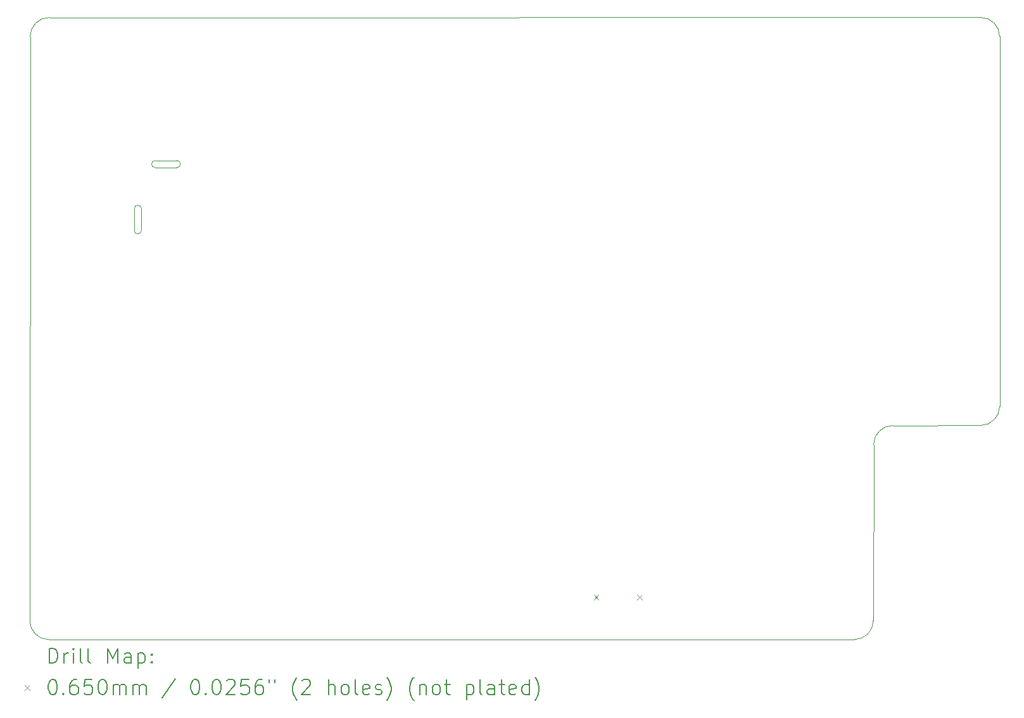
<source format=gbr>
%TF.GenerationSoftware,KiCad,Pcbnew,8.0.3-rc1*%
%TF.CreationDate,2024-05-30T00:56:17+02:00*%
%TF.ProjectId,hamodule,68616d6f-6475-46c6-952e-6b696361645f,20240528.23.8*%
%TF.SameCoordinates,Original*%
%TF.FileFunction,Drillmap*%
%TF.FilePolarity,Positive*%
%FSLAX45Y45*%
G04 Gerber Fmt 4.5, Leading zero omitted, Abs format (unit mm)*
G04 Created by KiCad (PCBNEW 8.0.3-rc1) date 2024-05-30 00:56:17*
%MOMM*%
%LPD*%
G01*
G04 APERTURE LIST*
%ADD10C,0.050000*%
%ADD11C,0.200000*%
%ADD12C,0.100000*%
G04 APERTURE END LIST*
D10*
X15097760Y-3218915D02*
X2642920Y-3220720D01*
X2385060Y-11292640D02*
X2388920Y-3474720D01*
X2639060Y-11546840D02*
G75*
G02*
X2385060Y-11292640I200J254200D01*
G01*
X4061460Y-5229860D02*
X4351020Y-5229860D01*
X3877360Y-6070600D02*
G75*
G02*
X3780840Y-6070600I-48260J0D01*
G01*
X3780840Y-5781040D02*
G75*
G02*
X3877360Y-5781040I48260J0D01*
G01*
X13666320Y-8935720D02*
X13662660Y-11292640D01*
X15097760Y-3218915D02*
G75*
G02*
X15351565Y-3472915I-200J-254005D01*
G01*
X4351020Y-5133340D02*
X4061460Y-5133340D01*
X4351020Y-5133340D02*
G75*
G02*
X4351020Y-5229860I0J-48260D01*
G01*
X2388920Y-3474720D02*
G75*
G02*
X2642920Y-3220720I254000J0D01*
G01*
X15351560Y-8425915D02*
G75*
G02*
X15097560Y-8679920I-254000J-5D01*
G01*
X3780840Y-5781040D02*
X3780840Y-6070600D01*
X13408660Y-11546640D02*
X2639060Y-11546840D01*
X13920320Y-8681720D02*
X15097560Y-8679915D01*
X13666320Y-8935720D02*
G75*
G02*
X13920320Y-8681720I254000J0D01*
G01*
X15351560Y-3472915D02*
X15351560Y-8425915D01*
X13662660Y-11292640D02*
G75*
G02*
X13408660Y-11546640I-254000J0D01*
G01*
X4061460Y-5229860D02*
G75*
G02*
X4061460Y-5133340I0J48260D01*
G01*
X3877360Y-6070600D02*
X3877360Y-5781040D01*
D11*
D12*
X9926640Y-10945060D02*
X9991640Y-11010060D01*
X9991640Y-10945060D02*
X9926640Y-11010060D01*
X10504640Y-10945060D02*
X10569640Y-11010060D01*
X10569640Y-10945060D02*
X10504640Y-11010060D01*
D11*
X2643337Y-11860824D02*
X2643337Y-11660824D01*
X2643337Y-11660824D02*
X2690956Y-11660824D01*
X2690956Y-11660824D02*
X2719527Y-11670348D01*
X2719527Y-11670348D02*
X2738575Y-11689395D01*
X2738575Y-11689395D02*
X2748099Y-11708443D01*
X2748099Y-11708443D02*
X2757623Y-11746538D01*
X2757623Y-11746538D02*
X2757623Y-11775109D01*
X2757623Y-11775109D02*
X2748099Y-11813205D01*
X2748099Y-11813205D02*
X2738575Y-11832252D01*
X2738575Y-11832252D02*
X2719527Y-11851300D01*
X2719527Y-11851300D02*
X2690956Y-11860824D01*
X2690956Y-11860824D02*
X2643337Y-11860824D01*
X2843337Y-11860824D02*
X2843337Y-11727490D01*
X2843337Y-11765586D02*
X2852861Y-11746538D01*
X2852861Y-11746538D02*
X2862384Y-11737014D01*
X2862384Y-11737014D02*
X2881432Y-11727490D01*
X2881432Y-11727490D02*
X2900480Y-11727490D01*
X2967146Y-11860824D02*
X2967146Y-11727490D01*
X2967146Y-11660824D02*
X2957622Y-11670348D01*
X2957622Y-11670348D02*
X2967146Y-11679871D01*
X2967146Y-11679871D02*
X2976670Y-11670348D01*
X2976670Y-11670348D02*
X2967146Y-11660824D01*
X2967146Y-11660824D02*
X2967146Y-11679871D01*
X3090956Y-11860824D02*
X3071908Y-11851300D01*
X3071908Y-11851300D02*
X3062384Y-11832252D01*
X3062384Y-11832252D02*
X3062384Y-11660824D01*
X3195718Y-11860824D02*
X3176670Y-11851300D01*
X3176670Y-11851300D02*
X3167146Y-11832252D01*
X3167146Y-11832252D02*
X3167146Y-11660824D01*
X3424289Y-11860824D02*
X3424289Y-11660824D01*
X3424289Y-11660824D02*
X3490956Y-11803681D01*
X3490956Y-11803681D02*
X3557622Y-11660824D01*
X3557622Y-11660824D02*
X3557622Y-11860824D01*
X3738575Y-11860824D02*
X3738575Y-11756062D01*
X3738575Y-11756062D02*
X3729051Y-11737014D01*
X3729051Y-11737014D02*
X3710003Y-11727490D01*
X3710003Y-11727490D02*
X3671908Y-11727490D01*
X3671908Y-11727490D02*
X3652861Y-11737014D01*
X3738575Y-11851300D02*
X3719527Y-11860824D01*
X3719527Y-11860824D02*
X3671908Y-11860824D01*
X3671908Y-11860824D02*
X3652861Y-11851300D01*
X3652861Y-11851300D02*
X3643337Y-11832252D01*
X3643337Y-11832252D02*
X3643337Y-11813205D01*
X3643337Y-11813205D02*
X3652861Y-11794157D01*
X3652861Y-11794157D02*
X3671908Y-11784633D01*
X3671908Y-11784633D02*
X3719527Y-11784633D01*
X3719527Y-11784633D02*
X3738575Y-11775109D01*
X3833813Y-11727490D02*
X3833813Y-11927490D01*
X3833813Y-11737014D02*
X3852861Y-11727490D01*
X3852861Y-11727490D02*
X3890956Y-11727490D01*
X3890956Y-11727490D02*
X3910003Y-11737014D01*
X3910003Y-11737014D02*
X3919527Y-11746538D01*
X3919527Y-11746538D02*
X3929051Y-11765586D01*
X3929051Y-11765586D02*
X3929051Y-11822728D01*
X3929051Y-11822728D02*
X3919527Y-11841776D01*
X3919527Y-11841776D02*
X3910003Y-11851300D01*
X3910003Y-11851300D02*
X3890956Y-11860824D01*
X3890956Y-11860824D02*
X3852861Y-11860824D01*
X3852861Y-11860824D02*
X3833813Y-11851300D01*
X4014765Y-11841776D02*
X4024289Y-11851300D01*
X4024289Y-11851300D02*
X4014765Y-11860824D01*
X4014765Y-11860824D02*
X4005242Y-11851300D01*
X4005242Y-11851300D02*
X4014765Y-11841776D01*
X4014765Y-11841776D02*
X4014765Y-11860824D01*
X4014765Y-11737014D02*
X4024289Y-11746538D01*
X4024289Y-11746538D02*
X4014765Y-11756062D01*
X4014765Y-11756062D02*
X4005242Y-11746538D01*
X4005242Y-11746538D02*
X4014765Y-11737014D01*
X4014765Y-11737014D02*
X4014765Y-11756062D01*
D12*
X2317560Y-12156840D02*
X2382560Y-12221840D01*
X2382560Y-12156840D02*
X2317560Y-12221840D01*
D11*
X2681432Y-12080824D02*
X2700480Y-12080824D01*
X2700480Y-12080824D02*
X2719527Y-12090348D01*
X2719527Y-12090348D02*
X2729051Y-12099871D01*
X2729051Y-12099871D02*
X2738575Y-12118919D01*
X2738575Y-12118919D02*
X2748099Y-12157014D01*
X2748099Y-12157014D02*
X2748099Y-12204633D01*
X2748099Y-12204633D02*
X2738575Y-12242728D01*
X2738575Y-12242728D02*
X2729051Y-12261776D01*
X2729051Y-12261776D02*
X2719527Y-12271300D01*
X2719527Y-12271300D02*
X2700480Y-12280824D01*
X2700480Y-12280824D02*
X2681432Y-12280824D01*
X2681432Y-12280824D02*
X2662384Y-12271300D01*
X2662384Y-12271300D02*
X2652861Y-12261776D01*
X2652861Y-12261776D02*
X2643337Y-12242728D01*
X2643337Y-12242728D02*
X2633813Y-12204633D01*
X2633813Y-12204633D02*
X2633813Y-12157014D01*
X2633813Y-12157014D02*
X2643337Y-12118919D01*
X2643337Y-12118919D02*
X2652861Y-12099871D01*
X2652861Y-12099871D02*
X2662384Y-12090348D01*
X2662384Y-12090348D02*
X2681432Y-12080824D01*
X2833813Y-12261776D02*
X2843337Y-12271300D01*
X2843337Y-12271300D02*
X2833813Y-12280824D01*
X2833813Y-12280824D02*
X2824289Y-12271300D01*
X2824289Y-12271300D02*
X2833813Y-12261776D01*
X2833813Y-12261776D02*
X2833813Y-12280824D01*
X3014765Y-12080824D02*
X2976670Y-12080824D01*
X2976670Y-12080824D02*
X2957622Y-12090348D01*
X2957622Y-12090348D02*
X2948099Y-12099871D01*
X2948099Y-12099871D02*
X2929051Y-12128443D01*
X2929051Y-12128443D02*
X2919527Y-12166538D01*
X2919527Y-12166538D02*
X2919527Y-12242728D01*
X2919527Y-12242728D02*
X2929051Y-12261776D01*
X2929051Y-12261776D02*
X2938575Y-12271300D01*
X2938575Y-12271300D02*
X2957622Y-12280824D01*
X2957622Y-12280824D02*
X2995718Y-12280824D01*
X2995718Y-12280824D02*
X3014765Y-12271300D01*
X3014765Y-12271300D02*
X3024289Y-12261776D01*
X3024289Y-12261776D02*
X3033813Y-12242728D01*
X3033813Y-12242728D02*
X3033813Y-12195109D01*
X3033813Y-12195109D02*
X3024289Y-12176062D01*
X3024289Y-12176062D02*
X3014765Y-12166538D01*
X3014765Y-12166538D02*
X2995718Y-12157014D01*
X2995718Y-12157014D02*
X2957622Y-12157014D01*
X2957622Y-12157014D02*
X2938575Y-12166538D01*
X2938575Y-12166538D02*
X2929051Y-12176062D01*
X2929051Y-12176062D02*
X2919527Y-12195109D01*
X3214765Y-12080824D02*
X3119527Y-12080824D01*
X3119527Y-12080824D02*
X3110003Y-12176062D01*
X3110003Y-12176062D02*
X3119527Y-12166538D01*
X3119527Y-12166538D02*
X3138575Y-12157014D01*
X3138575Y-12157014D02*
X3186194Y-12157014D01*
X3186194Y-12157014D02*
X3205242Y-12166538D01*
X3205242Y-12166538D02*
X3214765Y-12176062D01*
X3214765Y-12176062D02*
X3224289Y-12195109D01*
X3224289Y-12195109D02*
X3224289Y-12242728D01*
X3224289Y-12242728D02*
X3214765Y-12261776D01*
X3214765Y-12261776D02*
X3205242Y-12271300D01*
X3205242Y-12271300D02*
X3186194Y-12280824D01*
X3186194Y-12280824D02*
X3138575Y-12280824D01*
X3138575Y-12280824D02*
X3119527Y-12271300D01*
X3119527Y-12271300D02*
X3110003Y-12261776D01*
X3348099Y-12080824D02*
X3367146Y-12080824D01*
X3367146Y-12080824D02*
X3386194Y-12090348D01*
X3386194Y-12090348D02*
X3395718Y-12099871D01*
X3395718Y-12099871D02*
X3405242Y-12118919D01*
X3405242Y-12118919D02*
X3414765Y-12157014D01*
X3414765Y-12157014D02*
X3414765Y-12204633D01*
X3414765Y-12204633D02*
X3405242Y-12242728D01*
X3405242Y-12242728D02*
X3395718Y-12261776D01*
X3395718Y-12261776D02*
X3386194Y-12271300D01*
X3386194Y-12271300D02*
X3367146Y-12280824D01*
X3367146Y-12280824D02*
X3348099Y-12280824D01*
X3348099Y-12280824D02*
X3329051Y-12271300D01*
X3329051Y-12271300D02*
X3319527Y-12261776D01*
X3319527Y-12261776D02*
X3310003Y-12242728D01*
X3310003Y-12242728D02*
X3300480Y-12204633D01*
X3300480Y-12204633D02*
X3300480Y-12157014D01*
X3300480Y-12157014D02*
X3310003Y-12118919D01*
X3310003Y-12118919D02*
X3319527Y-12099871D01*
X3319527Y-12099871D02*
X3329051Y-12090348D01*
X3329051Y-12090348D02*
X3348099Y-12080824D01*
X3500480Y-12280824D02*
X3500480Y-12147490D01*
X3500480Y-12166538D02*
X3510003Y-12157014D01*
X3510003Y-12157014D02*
X3529051Y-12147490D01*
X3529051Y-12147490D02*
X3557623Y-12147490D01*
X3557623Y-12147490D02*
X3576670Y-12157014D01*
X3576670Y-12157014D02*
X3586194Y-12176062D01*
X3586194Y-12176062D02*
X3586194Y-12280824D01*
X3586194Y-12176062D02*
X3595718Y-12157014D01*
X3595718Y-12157014D02*
X3614765Y-12147490D01*
X3614765Y-12147490D02*
X3643337Y-12147490D01*
X3643337Y-12147490D02*
X3662384Y-12157014D01*
X3662384Y-12157014D02*
X3671908Y-12176062D01*
X3671908Y-12176062D02*
X3671908Y-12280824D01*
X3767146Y-12280824D02*
X3767146Y-12147490D01*
X3767146Y-12166538D02*
X3776670Y-12157014D01*
X3776670Y-12157014D02*
X3795718Y-12147490D01*
X3795718Y-12147490D02*
X3824289Y-12147490D01*
X3824289Y-12147490D02*
X3843337Y-12157014D01*
X3843337Y-12157014D02*
X3852861Y-12176062D01*
X3852861Y-12176062D02*
X3852861Y-12280824D01*
X3852861Y-12176062D02*
X3862384Y-12157014D01*
X3862384Y-12157014D02*
X3881432Y-12147490D01*
X3881432Y-12147490D02*
X3910003Y-12147490D01*
X3910003Y-12147490D02*
X3929051Y-12157014D01*
X3929051Y-12157014D02*
X3938575Y-12176062D01*
X3938575Y-12176062D02*
X3938575Y-12280824D01*
X4329051Y-12071300D02*
X4157623Y-12328443D01*
X4586194Y-12080824D02*
X4605242Y-12080824D01*
X4605242Y-12080824D02*
X4624289Y-12090348D01*
X4624289Y-12090348D02*
X4633813Y-12099871D01*
X4633813Y-12099871D02*
X4643337Y-12118919D01*
X4643337Y-12118919D02*
X4652861Y-12157014D01*
X4652861Y-12157014D02*
X4652861Y-12204633D01*
X4652861Y-12204633D02*
X4643337Y-12242728D01*
X4643337Y-12242728D02*
X4633813Y-12261776D01*
X4633813Y-12261776D02*
X4624289Y-12271300D01*
X4624289Y-12271300D02*
X4605242Y-12280824D01*
X4605242Y-12280824D02*
X4586194Y-12280824D01*
X4586194Y-12280824D02*
X4567147Y-12271300D01*
X4567147Y-12271300D02*
X4557623Y-12261776D01*
X4557623Y-12261776D02*
X4548099Y-12242728D01*
X4548099Y-12242728D02*
X4538575Y-12204633D01*
X4538575Y-12204633D02*
X4538575Y-12157014D01*
X4538575Y-12157014D02*
X4548099Y-12118919D01*
X4548099Y-12118919D02*
X4557623Y-12099871D01*
X4557623Y-12099871D02*
X4567147Y-12090348D01*
X4567147Y-12090348D02*
X4586194Y-12080824D01*
X4738575Y-12261776D02*
X4748099Y-12271300D01*
X4748099Y-12271300D02*
X4738575Y-12280824D01*
X4738575Y-12280824D02*
X4729051Y-12271300D01*
X4729051Y-12271300D02*
X4738575Y-12261776D01*
X4738575Y-12261776D02*
X4738575Y-12280824D01*
X4871908Y-12080824D02*
X4890956Y-12080824D01*
X4890956Y-12080824D02*
X4910004Y-12090348D01*
X4910004Y-12090348D02*
X4919528Y-12099871D01*
X4919528Y-12099871D02*
X4929051Y-12118919D01*
X4929051Y-12118919D02*
X4938575Y-12157014D01*
X4938575Y-12157014D02*
X4938575Y-12204633D01*
X4938575Y-12204633D02*
X4929051Y-12242728D01*
X4929051Y-12242728D02*
X4919528Y-12261776D01*
X4919528Y-12261776D02*
X4910004Y-12271300D01*
X4910004Y-12271300D02*
X4890956Y-12280824D01*
X4890956Y-12280824D02*
X4871908Y-12280824D01*
X4871908Y-12280824D02*
X4852861Y-12271300D01*
X4852861Y-12271300D02*
X4843337Y-12261776D01*
X4843337Y-12261776D02*
X4833813Y-12242728D01*
X4833813Y-12242728D02*
X4824289Y-12204633D01*
X4824289Y-12204633D02*
X4824289Y-12157014D01*
X4824289Y-12157014D02*
X4833813Y-12118919D01*
X4833813Y-12118919D02*
X4843337Y-12099871D01*
X4843337Y-12099871D02*
X4852861Y-12090348D01*
X4852861Y-12090348D02*
X4871908Y-12080824D01*
X5014766Y-12099871D02*
X5024289Y-12090348D01*
X5024289Y-12090348D02*
X5043337Y-12080824D01*
X5043337Y-12080824D02*
X5090956Y-12080824D01*
X5090956Y-12080824D02*
X5110004Y-12090348D01*
X5110004Y-12090348D02*
X5119528Y-12099871D01*
X5119528Y-12099871D02*
X5129051Y-12118919D01*
X5129051Y-12118919D02*
X5129051Y-12137967D01*
X5129051Y-12137967D02*
X5119528Y-12166538D01*
X5119528Y-12166538D02*
X5005242Y-12280824D01*
X5005242Y-12280824D02*
X5129051Y-12280824D01*
X5310004Y-12080824D02*
X5214766Y-12080824D01*
X5214766Y-12080824D02*
X5205242Y-12176062D01*
X5205242Y-12176062D02*
X5214766Y-12166538D01*
X5214766Y-12166538D02*
X5233813Y-12157014D01*
X5233813Y-12157014D02*
X5281432Y-12157014D01*
X5281432Y-12157014D02*
X5300480Y-12166538D01*
X5300480Y-12166538D02*
X5310004Y-12176062D01*
X5310004Y-12176062D02*
X5319528Y-12195109D01*
X5319528Y-12195109D02*
X5319528Y-12242728D01*
X5319528Y-12242728D02*
X5310004Y-12261776D01*
X5310004Y-12261776D02*
X5300480Y-12271300D01*
X5300480Y-12271300D02*
X5281432Y-12280824D01*
X5281432Y-12280824D02*
X5233813Y-12280824D01*
X5233813Y-12280824D02*
X5214766Y-12271300D01*
X5214766Y-12271300D02*
X5205242Y-12261776D01*
X5490956Y-12080824D02*
X5452861Y-12080824D01*
X5452861Y-12080824D02*
X5433813Y-12090348D01*
X5433813Y-12090348D02*
X5424289Y-12099871D01*
X5424289Y-12099871D02*
X5405242Y-12128443D01*
X5405242Y-12128443D02*
X5395718Y-12166538D01*
X5395718Y-12166538D02*
X5395718Y-12242728D01*
X5395718Y-12242728D02*
X5405242Y-12261776D01*
X5405242Y-12261776D02*
X5414766Y-12271300D01*
X5414766Y-12271300D02*
X5433813Y-12280824D01*
X5433813Y-12280824D02*
X5471909Y-12280824D01*
X5471909Y-12280824D02*
X5490956Y-12271300D01*
X5490956Y-12271300D02*
X5500480Y-12261776D01*
X5500480Y-12261776D02*
X5510004Y-12242728D01*
X5510004Y-12242728D02*
X5510004Y-12195109D01*
X5510004Y-12195109D02*
X5500480Y-12176062D01*
X5500480Y-12176062D02*
X5490956Y-12166538D01*
X5490956Y-12166538D02*
X5471909Y-12157014D01*
X5471909Y-12157014D02*
X5433813Y-12157014D01*
X5433813Y-12157014D02*
X5414766Y-12166538D01*
X5414766Y-12166538D02*
X5405242Y-12176062D01*
X5405242Y-12176062D02*
X5395718Y-12195109D01*
X5586194Y-12080824D02*
X5586194Y-12118919D01*
X5662385Y-12080824D02*
X5662385Y-12118919D01*
X5957623Y-12357014D02*
X5948099Y-12347490D01*
X5948099Y-12347490D02*
X5929051Y-12318919D01*
X5929051Y-12318919D02*
X5919528Y-12299871D01*
X5919528Y-12299871D02*
X5910004Y-12271300D01*
X5910004Y-12271300D02*
X5900480Y-12223681D01*
X5900480Y-12223681D02*
X5900480Y-12185586D01*
X5900480Y-12185586D02*
X5910004Y-12137967D01*
X5910004Y-12137967D02*
X5919528Y-12109395D01*
X5919528Y-12109395D02*
X5929051Y-12090348D01*
X5929051Y-12090348D02*
X5948099Y-12061776D01*
X5948099Y-12061776D02*
X5957623Y-12052252D01*
X6024289Y-12099871D02*
X6033813Y-12090348D01*
X6033813Y-12090348D02*
X6052861Y-12080824D01*
X6052861Y-12080824D02*
X6100480Y-12080824D01*
X6100480Y-12080824D02*
X6119528Y-12090348D01*
X6119528Y-12090348D02*
X6129051Y-12099871D01*
X6129051Y-12099871D02*
X6138575Y-12118919D01*
X6138575Y-12118919D02*
X6138575Y-12137967D01*
X6138575Y-12137967D02*
X6129051Y-12166538D01*
X6129051Y-12166538D02*
X6014766Y-12280824D01*
X6014766Y-12280824D02*
X6138575Y-12280824D01*
X6376670Y-12280824D02*
X6376670Y-12080824D01*
X6462385Y-12280824D02*
X6462385Y-12176062D01*
X6462385Y-12176062D02*
X6452861Y-12157014D01*
X6452861Y-12157014D02*
X6433813Y-12147490D01*
X6433813Y-12147490D02*
X6405242Y-12147490D01*
X6405242Y-12147490D02*
X6386194Y-12157014D01*
X6386194Y-12157014D02*
X6376670Y-12166538D01*
X6586194Y-12280824D02*
X6567147Y-12271300D01*
X6567147Y-12271300D02*
X6557623Y-12261776D01*
X6557623Y-12261776D02*
X6548099Y-12242728D01*
X6548099Y-12242728D02*
X6548099Y-12185586D01*
X6548099Y-12185586D02*
X6557623Y-12166538D01*
X6557623Y-12166538D02*
X6567147Y-12157014D01*
X6567147Y-12157014D02*
X6586194Y-12147490D01*
X6586194Y-12147490D02*
X6614766Y-12147490D01*
X6614766Y-12147490D02*
X6633813Y-12157014D01*
X6633813Y-12157014D02*
X6643337Y-12166538D01*
X6643337Y-12166538D02*
X6652861Y-12185586D01*
X6652861Y-12185586D02*
X6652861Y-12242728D01*
X6652861Y-12242728D02*
X6643337Y-12261776D01*
X6643337Y-12261776D02*
X6633813Y-12271300D01*
X6633813Y-12271300D02*
X6614766Y-12280824D01*
X6614766Y-12280824D02*
X6586194Y-12280824D01*
X6767147Y-12280824D02*
X6748099Y-12271300D01*
X6748099Y-12271300D02*
X6738575Y-12252252D01*
X6738575Y-12252252D02*
X6738575Y-12080824D01*
X6919528Y-12271300D02*
X6900480Y-12280824D01*
X6900480Y-12280824D02*
X6862385Y-12280824D01*
X6862385Y-12280824D02*
X6843337Y-12271300D01*
X6843337Y-12271300D02*
X6833813Y-12252252D01*
X6833813Y-12252252D02*
X6833813Y-12176062D01*
X6833813Y-12176062D02*
X6843337Y-12157014D01*
X6843337Y-12157014D02*
X6862385Y-12147490D01*
X6862385Y-12147490D02*
X6900480Y-12147490D01*
X6900480Y-12147490D02*
X6919528Y-12157014D01*
X6919528Y-12157014D02*
X6929051Y-12176062D01*
X6929051Y-12176062D02*
X6929051Y-12195109D01*
X6929051Y-12195109D02*
X6833813Y-12214157D01*
X7005242Y-12271300D02*
X7024290Y-12280824D01*
X7024290Y-12280824D02*
X7062385Y-12280824D01*
X7062385Y-12280824D02*
X7081432Y-12271300D01*
X7081432Y-12271300D02*
X7090956Y-12252252D01*
X7090956Y-12252252D02*
X7090956Y-12242728D01*
X7090956Y-12242728D02*
X7081432Y-12223681D01*
X7081432Y-12223681D02*
X7062385Y-12214157D01*
X7062385Y-12214157D02*
X7033813Y-12214157D01*
X7033813Y-12214157D02*
X7014766Y-12204633D01*
X7014766Y-12204633D02*
X7005242Y-12185586D01*
X7005242Y-12185586D02*
X7005242Y-12176062D01*
X7005242Y-12176062D02*
X7014766Y-12157014D01*
X7014766Y-12157014D02*
X7033813Y-12147490D01*
X7033813Y-12147490D02*
X7062385Y-12147490D01*
X7062385Y-12147490D02*
X7081432Y-12157014D01*
X7157623Y-12357014D02*
X7167147Y-12347490D01*
X7167147Y-12347490D02*
X7186194Y-12318919D01*
X7186194Y-12318919D02*
X7195718Y-12299871D01*
X7195718Y-12299871D02*
X7205242Y-12271300D01*
X7205242Y-12271300D02*
X7214766Y-12223681D01*
X7214766Y-12223681D02*
X7214766Y-12185586D01*
X7214766Y-12185586D02*
X7205242Y-12137967D01*
X7205242Y-12137967D02*
X7195718Y-12109395D01*
X7195718Y-12109395D02*
X7186194Y-12090348D01*
X7186194Y-12090348D02*
X7167147Y-12061776D01*
X7167147Y-12061776D02*
X7157623Y-12052252D01*
X7519528Y-12357014D02*
X7510004Y-12347490D01*
X7510004Y-12347490D02*
X7490956Y-12318919D01*
X7490956Y-12318919D02*
X7481432Y-12299871D01*
X7481432Y-12299871D02*
X7471909Y-12271300D01*
X7471909Y-12271300D02*
X7462385Y-12223681D01*
X7462385Y-12223681D02*
X7462385Y-12185586D01*
X7462385Y-12185586D02*
X7471909Y-12137967D01*
X7471909Y-12137967D02*
X7481432Y-12109395D01*
X7481432Y-12109395D02*
X7490956Y-12090348D01*
X7490956Y-12090348D02*
X7510004Y-12061776D01*
X7510004Y-12061776D02*
X7519528Y-12052252D01*
X7595718Y-12147490D02*
X7595718Y-12280824D01*
X7595718Y-12166538D02*
X7605242Y-12157014D01*
X7605242Y-12157014D02*
X7624290Y-12147490D01*
X7624290Y-12147490D02*
X7652861Y-12147490D01*
X7652861Y-12147490D02*
X7671909Y-12157014D01*
X7671909Y-12157014D02*
X7681432Y-12176062D01*
X7681432Y-12176062D02*
X7681432Y-12280824D01*
X7805242Y-12280824D02*
X7786194Y-12271300D01*
X7786194Y-12271300D02*
X7776671Y-12261776D01*
X7776671Y-12261776D02*
X7767147Y-12242728D01*
X7767147Y-12242728D02*
X7767147Y-12185586D01*
X7767147Y-12185586D02*
X7776671Y-12166538D01*
X7776671Y-12166538D02*
X7786194Y-12157014D01*
X7786194Y-12157014D02*
X7805242Y-12147490D01*
X7805242Y-12147490D02*
X7833813Y-12147490D01*
X7833813Y-12147490D02*
X7852861Y-12157014D01*
X7852861Y-12157014D02*
X7862385Y-12166538D01*
X7862385Y-12166538D02*
X7871909Y-12185586D01*
X7871909Y-12185586D02*
X7871909Y-12242728D01*
X7871909Y-12242728D02*
X7862385Y-12261776D01*
X7862385Y-12261776D02*
X7852861Y-12271300D01*
X7852861Y-12271300D02*
X7833813Y-12280824D01*
X7833813Y-12280824D02*
X7805242Y-12280824D01*
X7929052Y-12147490D02*
X8005242Y-12147490D01*
X7957623Y-12080824D02*
X7957623Y-12252252D01*
X7957623Y-12252252D02*
X7967147Y-12271300D01*
X7967147Y-12271300D02*
X7986194Y-12280824D01*
X7986194Y-12280824D02*
X8005242Y-12280824D01*
X8224290Y-12147490D02*
X8224290Y-12347490D01*
X8224290Y-12157014D02*
X8243337Y-12147490D01*
X8243337Y-12147490D02*
X8281433Y-12147490D01*
X8281433Y-12147490D02*
X8300480Y-12157014D01*
X8300480Y-12157014D02*
X8310004Y-12166538D01*
X8310004Y-12166538D02*
X8319528Y-12185586D01*
X8319528Y-12185586D02*
X8319528Y-12242728D01*
X8319528Y-12242728D02*
X8310004Y-12261776D01*
X8310004Y-12261776D02*
X8300480Y-12271300D01*
X8300480Y-12271300D02*
X8281433Y-12280824D01*
X8281433Y-12280824D02*
X8243337Y-12280824D01*
X8243337Y-12280824D02*
X8224290Y-12271300D01*
X8433814Y-12280824D02*
X8414766Y-12271300D01*
X8414766Y-12271300D02*
X8405242Y-12252252D01*
X8405242Y-12252252D02*
X8405242Y-12080824D01*
X8595718Y-12280824D02*
X8595718Y-12176062D01*
X8595718Y-12176062D02*
X8586195Y-12157014D01*
X8586195Y-12157014D02*
X8567147Y-12147490D01*
X8567147Y-12147490D02*
X8529052Y-12147490D01*
X8529052Y-12147490D02*
X8510004Y-12157014D01*
X8595718Y-12271300D02*
X8576671Y-12280824D01*
X8576671Y-12280824D02*
X8529052Y-12280824D01*
X8529052Y-12280824D02*
X8510004Y-12271300D01*
X8510004Y-12271300D02*
X8500480Y-12252252D01*
X8500480Y-12252252D02*
X8500480Y-12233205D01*
X8500480Y-12233205D02*
X8510004Y-12214157D01*
X8510004Y-12214157D02*
X8529052Y-12204633D01*
X8529052Y-12204633D02*
X8576671Y-12204633D01*
X8576671Y-12204633D02*
X8595718Y-12195109D01*
X8662385Y-12147490D02*
X8738575Y-12147490D01*
X8690956Y-12080824D02*
X8690956Y-12252252D01*
X8690956Y-12252252D02*
X8700480Y-12271300D01*
X8700480Y-12271300D02*
X8719528Y-12280824D01*
X8719528Y-12280824D02*
X8738575Y-12280824D01*
X8881433Y-12271300D02*
X8862385Y-12280824D01*
X8862385Y-12280824D02*
X8824290Y-12280824D01*
X8824290Y-12280824D02*
X8805242Y-12271300D01*
X8805242Y-12271300D02*
X8795718Y-12252252D01*
X8795718Y-12252252D02*
X8795718Y-12176062D01*
X8795718Y-12176062D02*
X8805242Y-12157014D01*
X8805242Y-12157014D02*
X8824290Y-12147490D01*
X8824290Y-12147490D02*
X8862385Y-12147490D01*
X8862385Y-12147490D02*
X8881433Y-12157014D01*
X8881433Y-12157014D02*
X8890956Y-12176062D01*
X8890956Y-12176062D02*
X8890956Y-12195109D01*
X8890956Y-12195109D02*
X8795718Y-12214157D01*
X9062385Y-12280824D02*
X9062385Y-12080824D01*
X9062385Y-12271300D02*
X9043337Y-12280824D01*
X9043337Y-12280824D02*
X9005242Y-12280824D01*
X9005242Y-12280824D02*
X8986195Y-12271300D01*
X8986195Y-12271300D02*
X8976671Y-12261776D01*
X8976671Y-12261776D02*
X8967147Y-12242728D01*
X8967147Y-12242728D02*
X8967147Y-12185586D01*
X8967147Y-12185586D02*
X8976671Y-12166538D01*
X8976671Y-12166538D02*
X8986195Y-12157014D01*
X8986195Y-12157014D02*
X9005242Y-12147490D01*
X9005242Y-12147490D02*
X9043337Y-12147490D01*
X9043337Y-12147490D02*
X9062385Y-12157014D01*
X9138576Y-12357014D02*
X9148099Y-12347490D01*
X9148099Y-12347490D02*
X9167147Y-12318919D01*
X9167147Y-12318919D02*
X9176671Y-12299871D01*
X9176671Y-12299871D02*
X9186195Y-12271300D01*
X9186195Y-12271300D02*
X9195718Y-12223681D01*
X9195718Y-12223681D02*
X9195718Y-12185586D01*
X9195718Y-12185586D02*
X9186195Y-12137967D01*
X9186195Y-12137967D02*
X9176671Y-12109395D01*
X9176671Y-12109395D02*
X9167147Y-12090348D01*
X9167147Y-12090348D02*
X9148099Y-12061776D01*
X9148099Y-12061776D02*
X9138576Y-12052252D01*
M02*

</source>
